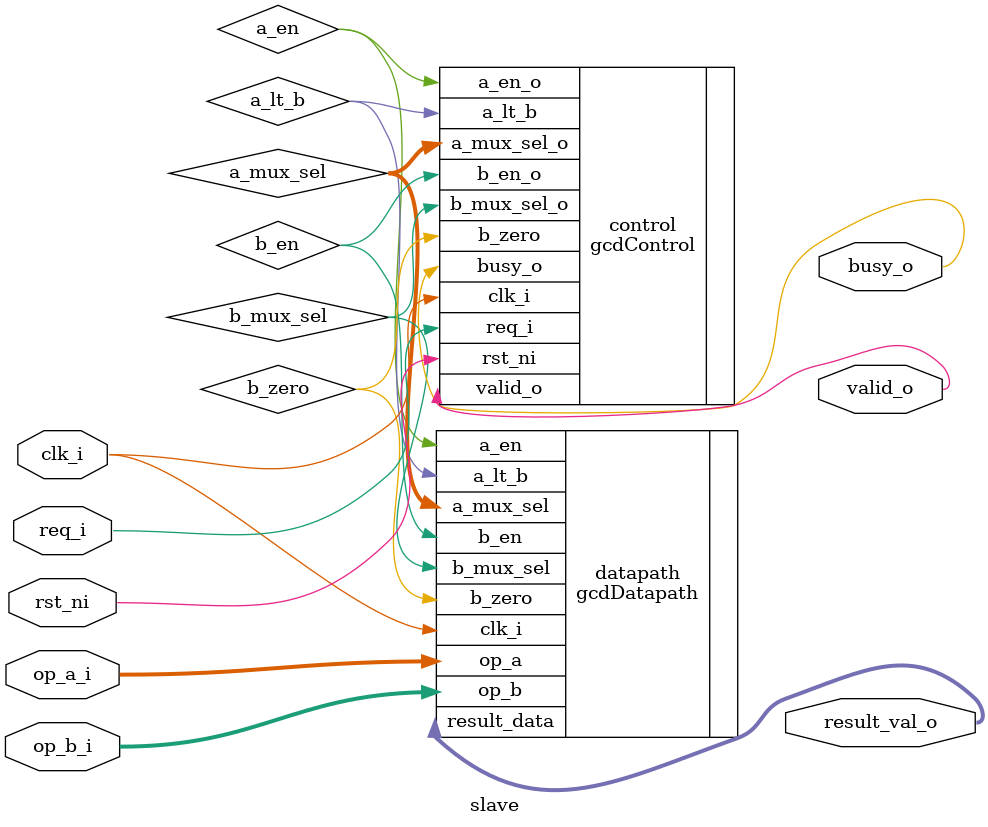
<source format=sv>
module slave (
  input  logic       clk_i,rst_ni,
  input  logic [3:0] op_a_i, op_b_i,
  input  logic       req_i,

  output logic [3:0] result_val_o,
  output logic       busy_o, valid_o
);
  //declare variable
  logic b_zero, a_lt_b, a_en, b_en, b_mux_sel;
  logic [1:0] a_mux_sel;

  gcdControl control (
    .clk_i        (clk_i),
    .rst_ni       (rst_ni),
    .req_i        (req_i),
    .b_zero       (b_zero),
    .a_lt_b       (a_lt_b),
    .busy_o       (busy_o),
    .valid_o      (valid_o),
    .a_en_o       (a_en),
    .b_en_o       (b_en),
    .a_mux_sel_o  (a_mux_sel),
    .b_mux_sel_o  (b_mux_sel)
  );

  gcdDatapath datapath (
    .clk_i        (clk_i),
    .op_a         (op_a_i),
    .op_b         (op_b_i),
    .a_mux_sel    (a_mux_sel),
    .b_mux_sel    (b_mux_sel),
    .a_en         (a_en),
    .b_en         (b_en),
    .result_data  (result_val_o),
    .b_zero       (b_zero),
    .a_lt_b       (a_lt_b)
  );
endmodule

</source>
